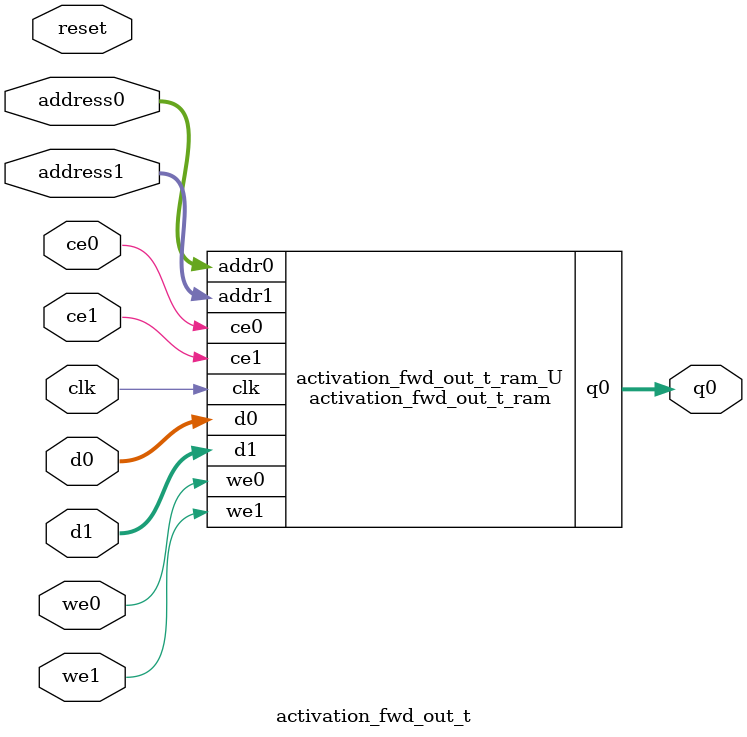
<source format=v>
`timescale 1 ns / 1 ps
module activation_fwd_out_t_ram (addr0, ce0, d0, we0, q0, addr1, ce1, d1, we1,  clk);

parameter DWIDTH = 32;
parameter AWIDTH = 7;
parameter MEM_SIZE = 100;

input[AWIDTH-1:0] addr0;
input ce0;
input[DWIDTH-1:0] d0;
input we0;
output reg[DWIDTH-1:0] q0;
input[AWIDTH-1:0] addr1;
input ce1;
input[DWIDTH-1:0] d1;
input we1;
input clk;

reg [DWIDTH-1:0] ram[0:MEM_SIZE-1];




always @(posedge clk)  
begin 
    if (ce0) begin
        if (we0) 
            ram[addr0] <= d0; 
        q0 <= ram[addr0];
    end
end


always @(posedge clk)  
begin 
    if (ce1) begin
        if (we1) 
            ram[addr1] <= d1; 
    end
end


endmodule

`timescale 1 ns / 1 ps
module activation_fwd_out_t(
    reset,
    clk,
    address0,
    ce0,
    we0,
    d0,
    q0,
    address1,
    ce1,
    we1,
    d1);

parameter DataWidth = 32'd32;
parameter AddressRange = 32'd100;
parameter AddressWidth = 32'd7;
input reset;
input clk;
input[AddressWidth - 1:0] address0;
input ce0;
input we0;
input[DataWidth - 1:0] d0;
output[DataWidth - 1:0] q0;
input[AddressWidth - 1:0] address1;
input ce1;
input we1;
input[DataWidth - 1:0] d1;



activation_fwd_out_t_ram activation_fwd_out_t_ram_U(
    .clk( clk ),
    .addr0( address0 ),
    .ce0( ce0 ),
    .we0( we0 ),
    .d0( d0 ),
    .q0( q0 ),
    .addr1( address1 ),
    .ce1( ce1 ),
    .we1( we1 ),
    .d1( d1 ));

endmodule


</source>
